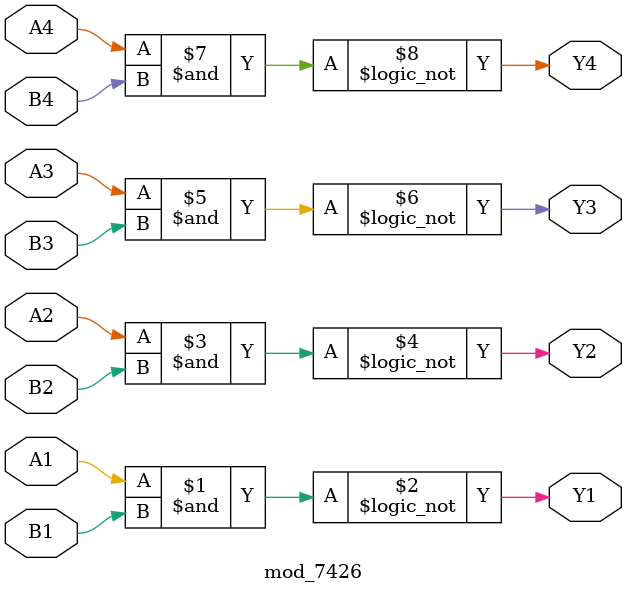
<source format=v>
module mod_7426 (
	input A1, input B1, output Y1, 
	input A2, input B2, output Y2, 
	input A3, input B3, output Y3, 
	input A4, input B4, output Y4
);
	assign Y1 = !(A1 & B1);
	assign Y2 = !(A2 & B2);
	assign Y3 = !(A3 & B3);
	assign Y4 = !(A4 & B4);
endmodule

</source>
